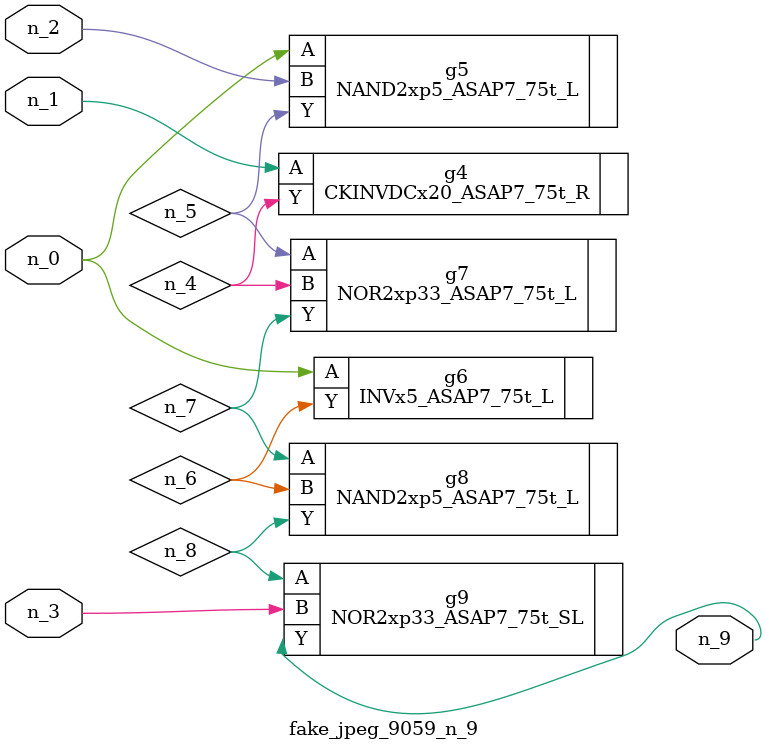
<source format=v>
module fake_jpeg_9059_n_9 (n_0, n_3, n_2, n_1, n_9);

input n_0;
input n_3;
input n_2;
input n_1;

output n_9;

wire n_4;
wire n_8;
wire n_6;
wire n_5;
wire n_7;

CKINVDCx20_ASAP7_75t_R g4 ( 
.A(n_1),
.Y(n_4)
);

NAND2xp5_ASAP7_75t_L g5 ( 
.A(n_0),
.B(n_2),
.Y(n_5)
);

INVx5_ASAP7_75t_L g6 ( 
.A(n_0),
.Y(n_6)
);

NOR2xp33_ASAP7_75t_L g7 ( 
.A(n_5),
.B(n_4),
.Y(n_7)
);

NAND2xp5_ASAP7_75t_L g8 ( 
.A(n_7),
.B(n_6),
.Y(n_8)
);

NOR2xp33_ASAP7_75t_SL g9 ( 
.A(n_8),
.B(n_3),
.Y(n_9)
);


endmodule
</source>
